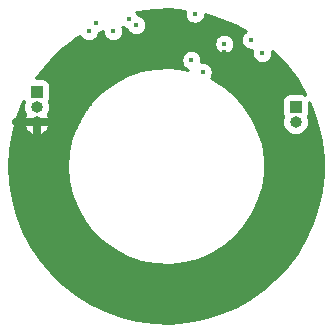
<source format=gbr>
G04 #@! TF.GenerationSoftware,KiCad,Pcbnew,(5.1.4)-1*
G04 #@! TF.CreationDate,2020-05-09T12:02:50-07:00*
G04 #@! TF.ProjectId,Kicad LED Rings_Circular_final,4b696361-6420-44c4-9544-2052696e6773,rev?*
G04 #@! TF.SameCoordinates,Original*
G04 #@! TF.FileFunction,Copper,L3,Inr*
G04 #@! TF.FilePolarity,Positive*
%FSLAX46Y46*%
G04 Gerber Fmt 4.6, Leading zero omitted, Abs format (unit mm)*
G04 Created by KiCad (PCBNEW (5.1.4)-1) date 2020-05-09 12:02:50*
%MOMM*%
%LPD*%
G04 APERTURE LIST*
%ADD10R,1.000000X1.000000*%
%ADD11O,1.000000X1.000000*%
%ADD12C,0.450000*%
%ADD13C,0.635000*%
%ADD14C,0.254000*%
G04 APERTURE END LIST*
D10*
X98680000Y-73630000D03*
D11*
X98680000Y-74900000D03*
X98680000Y-76170000D03*
D10*
X120611900Y-74899520D03*
D11*
X120611900Y-76169520D03*
D12*
X103210360Y-74673460D03*
X102859840Y-75125580D03*
X102532180Y-75585320D03*
X102235000Y-76111100D03*
X102001320Y-76631800D03*
X114581940Y-70271640D03*
X112748060Y-71963280D03*
X112087660Y-67020021D03*
X103723440Y-67843400D03*
X107119420Y-67978021D03*
X106535220Y-67499021D03*
X111785400Y-70947280D03*
X117782340Y-70335140D03*
X116850160Y-69212460D03*
X114579400Y-69557900D03*
X103098600Y-68491100D03*
X105173780Y-68493640D03*
D13*
X98680000Y-77680000D02*
X98680000Y-76170000D01*
X99882081Y-76170000D02*
X99892081Y-76160000D01*
X98680000Y-76170000D02*
X99882081Y-76170000D01*
X99892081Y-76160000D02*
X96980000Y-76160000D01*
D14*
G36*
X111268255Y-66750950D02*
G01*
X111260709Y-66769168D01*
X111227660Y-66935318D01*
X111227660Y-67104724D01*
X111260709Y-67270874D01*
X111325538Y-67427384D01*
X111419655Y-67568239D01*
X111539442Y-67688026D01*
X111680297Y-67782143D01*
X111836807Y-67846972D01*
X112002957Y-67880021D01*
X112172363Y-67880021D01*
X112338513Y-67846972D01*
X112495023Y-67782143D01*
X112635878Y-67688026D01*
X112755665Y-67568239D01*
X112849782Y-67427384D01*
X112914611Y-67270874D01*
X112947660Y-67104724D01*
X112947660Y-67069053D01*
X114150008Y-67431598D01*
X115450888Y-67980612D01*
X116377570Y-68493922D01*
X116301942Y-68544455D01*
X116182155Y-68664242D01*
X116088038Y-68805097D01*
X116023209Y-68961607D01*
X115990160Y-69127757D01*
X115990160Y-69297163D01*
X116023209Y-69463313D01*
X116088038Y-69619823D01*
X116182155Y-69760678D01*
X116301942Y-69880465D01*
X116442797Y-69974582D01*
X116599307Y-70039411D01*
X116765457Y-70072460D01*
X116934863Y-70072460D01*
X116962571Y-70066949D01*
X116955389Y-70084287D01*
X116922340Y-70250437D01*
X116922340Y-70419843D01*
X116955389Y-70585993D01*
X117020218Y-70742503D01*
X117114335Y-70883358D01*
X117234122Y-71003145D01*
X117374977Y-71097262D01*
X117531487Y-71162091D01*
X117697637Y-71195140D01*
X117867043Y-71195140D01*
X118033193Y-71162091D01*
X118189703Y-71097262D01*
X118330558Y-71003145D01*
X118450345Y-70883358D01*
X118544462Y-70742503D01*
X118609291Y-70585993D01*
X118642340Y-70419843D01*
X118642340Y-70250437D01*
X118624692Y-70161711D01*
X118904092Y-70406191D01*
X119861859Y-71443682D01*
X120703921Y-72577099D01*
X121420738Y-73793602D01*
X121451276Y-73860902D01*
X121356080Y-73810018D01*
X121236382Y-73773708D01*
X121111900Y-73761448D01*
X120111900Y-73761448D01*
X119987418Y-73773708D01*
X119867720Y-73810018D01*
X119757406Y-73868983D01*
X119660715Y-73948335D01*
X119581363Y-74045026D01*
X119522398Y-74155340D01*
X119486088Y-74275038D01*
X119473828Y-74399520D01*
X119473828Y-75399520D01*
X119486088Y-75524002D01*
X119522398Y-75643700D01*
X119564197Y-75721899D01*
X119558224Y-75733073D01*
X119493323Y-75947021D01*
X119471409Y-76169520D01*
X119493323Y-76392019D01*
X119558224Y-76605967D01*
X119663616Y-76803143D01*
X119805451Y-76975969D01*
X119978277Y-77117804D01*
X120175453Y-77223196D01*
X120389401Y-77288097D01*
X120556148Y-77304520D01*
X120667652Y-77304520D01*
X120834399Y-77288097D01*
X121048347Y-77223196D01*
X121245523Y-77117804D01*
X121418349Y-76975969D01*
X121560184Y-76803143D01*
X121665576Y-76605967D01*
X121730477Y-76392019D01*
X121752391Y-76169520D01*
X121730477Y-75947021D01*
X121665576Y-75733073D01*
X121659603Y-75721899D01*
X121701402Y-75643700D01*
X121737712Y-75524002D01*
X121749972Y-75399520D01*
X121749972Y-74519167D01*
X122004187Y-75079405D01*
X122447659Y-76419941D01*
X122746129Y-77800020D01*
X122896213Y-79204007D01*
X122896213Y-80615993D01*
X122746129Y-82019980D01*
X122447659Y-83400059D01*
X122004187Y-84740595D01*
X121420738Y-86026398D01*
X120703921Y-87242901D01*
X119861859Y-88376318D01*
X118904092Y-89413809D01*
X117841473Y-90343617D01*
X116686041Y-91155209D01*
X115450888Y-91839388D01*
X114150008Y-92388402D01*
X112798142Y-92796031D01*
X111410606Y-93057656D01*
X110003122Y-93170313D01*
X108591636Y-93132725D01*
X107192142Y-92945319D01*
X105820497Y-92610217D01*
X104492242Y-92131216D01*
X103222426Y-91513745D01*
X102025437Y-90764798D01*
X100914837Y-89892862D01*
X99903211Y-88907816D01*
X99002019Y-87820821D01*
X98221473Y-86644194D01*
X97570417Y-85391265D01*
X97056227Y-84076232D01*
X96684730Y-82713993D01*
X96460135Y-81319985D01*
X96384986Y-79910000D01*
X101276021Y-79910000D01*
X101365259Y-81129261D01*
X101631073Y-82322536D01*
X102067795Y-83464391D01*
X102666120Y-84530491D01*
X103413293Y-85498114D01*
X104293392Y-86346635D01*
X105287657Y-87057971D01*
X106374897Y-87616960D01*
X107531941Y-88011688D01*
X108734128Y-88233743D01*
X109955835Y-88278392D01*
X111171023Y-88144684D01*
X112353794Y-87835467D01*
X113478938Y-87357332D01*
X114522474Y-86720471D01*
X115462163Y-85938457D01*
X116277975Y-85027956D01*
X116952523Y-84008375D01*
X117471431Y-82901444D01*
X117823639Y-81730756D01*
X118001640Y-80521261D01*
X118001640Y-79298739D01*
X117823639Y-78089244D01*
X117471431Y-76918556D01*
X116952523Y-75811625D01*
X116277975Y-74792044D01*
X115462163Y-73881543D01*
X114522474Y-73099529D01*
X113478938Y-72462668D01*
X113455381Y-72452657D01*
X113510182Y-72370643D01*
X113575011Y-72214133D01*
X113608060Y-72047983D01*
X113608060Y-71878577D01*
X113575011Y-71712427D01*
X113510182Y-71555917D01*
X113416065Y-71415062D01*
X113296278Y-71295275D01*
X113155423Y-71201158D01*
X112998913Y-71136329D01*
X112832763Y-71103280D01*
X112663357Y-71103280D01*
X112629894Y-71109936D01*
X112645400Y-71031983D01*
X112645400Y-70862577D01*
X112612351Y-70696427D01*
X112547522Y-70539917D01*
X112453405Y-70399062D01*
X112333618Y-70279275D01*
X112192763Y-70185158D01*
X112036253Y-70120329D01*
X111870103Y-70087280D01*
X111700697Y-70087280D01*
X111534547Y-70120329D01*
X111378037Y-70185158D01*
X111237182Y-70279275D01*
X111117395Y-70399062D01*
X111023278Y-70539917D01*
X110958449Y-70696427D01*
X110925400Y-70862577D01*
X110925400Y-71031983D01*
X110958449Y-71198133D01*
X111023278Y-71354643D01*
X111117395Y-71495498D01*
X111237182Y-71615285D01*
X111378037Y-71709402D01*
X111509169Y-71763719D01*
X111171023Y-71675316D01*
X109955835Y-71541608D01*
X108734128Y-71586257D01*
X107531941Y-71808312D01*
X106374897Y-72203040D01*
X105287657Y-72762029D01*
X104293392Y-73473365D01*
X103413293Y-74321886D01*
X102666120Y-75289509D01*
X102067795Y-76355609D01*
X101631073Y-77497464D01*
X101365259Y-78690739D01*
X101276021Y-79910000D01*
X96384986Y-79910000D01*
X96460135Y-78500015D01*
X96684730Y-77106007D01*
X96857664Y-76471874D01*
X97585881Y-76471874D01*
X97602554Y-76526864D01*
X97692877Y-76730206D01*
X97821135Y-76912020D01*
X97982399Y-77065318D01*
X98170471Y-77184210D01*
X98378124Y-77264126D01*
X98553000Y-77139129D01*
X98553000Y-76297000D01*
X98807000Y-76297000D01*
X98807000Y-77139129D01*
X98981876Y-77264126D01*
X99189529Y-77184210D01*
X99377601Y-77065318D01*
X99538865Y-76912020D01*
X99667123Y-76730206D01*
X99757446Y-76526864D01*
X99774119Y-76471874D01*
X99647954Y-76297000D01*
X98807000Y-76297000D01*
X98553000Y-76297000D01*
X97712046Y-76297000D01*
X97585881Y-76471874D01*
X96857664Y-76471874D01*
X97056227Y-75743768D01*
X97570417Y-74428735D01*
X97594690Y-74382023D01*
X97632297Y-74452379D01*
X97626324Y-74463553D01*
X97561423Y-74677501D01*
X97539509Y-74900000D01*
X97561423Y-75122499D01*
X97626324Y-75336447D01*
X97731716Y-75533623D01*
X97739726Y-75543383D01*
X97692877Y-75609794D01*
X97602554Y-75813136D01*
X97585881Y-75868126D01*
X97712046Y-76043000D01*
X98553000Y-76043000D01*
X98553000Y-76027983D01*
X98624248Y-76035000D01*
X98735752Y-76035000D01*
X98807000Y-76027983D01*
X98807000Y-76043000D01*
X99647954Y-76043000D01*
X99774119Y-75868126D01*
X99757446Y-75813136D01*
X99667123Y-75609794D01*
X99620274Y-75543383D01*
X99628284Y-75533623D01*
X99733676Y-75336447D01*
X99798577Y-75122499D01*
X99820491Y-74900000D01*
X99798577Y-74677501D01*
X99733676Y-74463553D01*
X99727703Y-74452379D01*
X99769502Y-74374180D01*
X99805812Y-74254482D01*
X99818072Y-74130000D01*
X99818072Y-73130000D01*
X99805812Y-73005518D01*
X99769502Y-72885820D01*
X99710537Y-72775506D01*
X99631185Y-72678815D01*
X99534494Y-72599463D01*
X99424180Y-72540498D01*
X99304482Y-72504188D01*
X99180000Y-72491928D01*
X98675141Y-72491928D01*
X99002019Y-71999179D01*
X99903211Y-70912184D01*
X100914837Y-69927138D01*
X101493029Y-69473197D01*
X113719400Y-69473197D01*
X113719400Y-69642603D01*
X113752449Y-69808753D01*
X113817278Y-69965263D01*
X113911395Y-70106118D01*
X114031182Y-70225905D01*
X114172037Y-70320022D01*
X114328547Y-70384851D01*
X114494697Y-70417900D01*
X114664103Y-70417900D01*
X114830253Y-70384851D01*
X114986763Y-70320022D01*
X115127618Y-70225905D01*
X115247405Y-70106118D01*
X115341522Y-69965263D01*
X115406351Y-69808753D01*
X115439400Y-69642603D01*
X115439400Y-69473197D01*
X115406351Y-69307047D01*
X115341522Y-69150537D01*
X115247405Y-69009682D01*
X115127618Y-68889895D01*
X114986763Y-68795778D01*
X114830253Y-68730949D01*
X114664103Y-68697900D01*
X114494697Y-68697900D01*
X114328547Y-68730949D01*
X114172037Y-68795778D01*
X114031182Y-68889895D01*
X113911395Y-69009682D01*
X113817278Y-69150537D01*
X113752449Y-69307047D01*
X113719400Y-69473197D01*
X101493029Y-69473197D01*
X102025437Y-69055202D01*
X102324018Y-68868382D01*
X102336478Y-68898463D01*
X102430595Y-69039318D01*
X102550382Y-69159105D01*
X102691237Y-69253222D01*
X102847747Y-69318051D01*
X103013897Y-69351100D01*
X103183303Y-69351100D01*
X103349453Y-69318051D01*
X103505963Y-69253222D01*
X103646818Y-69159105D01*
X103766605Y-69039318D01*
X103860722Y-68898463D01*
X103925551Y-68741953D01*
X103938372Y-68677496D01*
X103974293Y-68670351D01*
X104130803Y-68605522D01*
X104271658Y-68511405D01*
X104313780Y-68469283D01*
X104313780Y-68578343D01*
X104346829Y-68744493D01*
X104411658Y-68901003D01*
X104505775Y-69041858D01*
X104625562Y-69161645D01*
X104766417Y-69255762D01*
X104922927Y-69320591D01*
X105089077Y-69353640D01*
X105258483Y-69353640D01*
X105424633Y-69320591D01*
X105581143Y-69255762D01*
X105721998Y-69161645D01*
X105841785Y-69041858D01*
X105935902Y-68901003D01*
X106000731Y-68744493D01*
X106033780Y-68578343D01*
X106033780Y-68408937D01*
X106000731Y-68242787D01*
X105956867Y-68136891D01*
X105987002Y-68167026D01*
X106127857Y-68261143D01*
X106284367Y-68325972D01*
X106337027Y-68336447D01*
X106357298Y-68385384D01*
X106451415Y-68526239D01*
X106571202Y-68646026D01*
X106712057Y-68740143D01*
X106868567Y-68804972D01*
X107034717Y-68838021D01*
X107204123Y-68838021D01*
X107370273Y-68804972D01*
X107526783Y-68740143D01*
X107667638Y-68646026D01*
X107787425Y-68526239D01*
X107881542Y-68385384D01*
X107946371Y-68228874D01*
X107979420Y-68062724D01*
X107979420Y-67893318D01*
X107946371Y-67727168D01*
X107881542Y-67570658D01*
X107787425Y-67429803D01*
X107667638Y-67310016D01*
X107526783Y-67215899D01*
X107370273Y-67151070D01*
X107317613Y-67140595D01*
X107297342Y-67091658D01*
X107203225Y-66950803D01*
X107139873Y-66887451D01*
X107192142Y-66874681D01*
X108591636Y-66687275D01*
X110003122Y-66649687D01*
X111268255Y-66750950D01*
X111268255Y-66750950D01*
G37*
X111268255Y-66750950D02*
X111260709Y-66769168D01*
X111227660Y-66935318D01*
X111227660Y-67104724D01*
X111260709Y-67270874D01*
X111325538Y-67427384D01*
X111419655Y-67568239D01*
X111539442Y-67688026D01*
X111680297Y-67782143D01*
X111836807Y-67846972D01*
X112002957Y-67880021D01*
X112172363Y-67880021D01*
X112338513Y-67846972D01*
X112495023Y-67782143D01*
X112635878Y-67688026D01*
X112755665Y-67568239D01*
X112849782Y-67427384D01*
X112914611Y-67270874D01*
X112947660Y-67104724D01*
X112947660Y-67069053D01*
X114150008Y-67431598D01*
X115450888Y-67980612D01*
X116377570Y-68493922D01*
X116301942Y-68544455D01*
X116182155Y-68664242D01*
X116088038Y-68805097D01*
X116023209Y-68961607D01*
X115990160Y-69127757D01*
X115990160Y-69297163D01*
X116023209Y-69463313D01*
X116088038Y-69619823D01*
X116182155Y-69760678D01*
X116301942Y-69880465D01*
X116442797Y-69974582D01*
X116599307Y-70039411D01*
X116765457Y-70072460D01*
X116934863Y-70072460D01*
X116962571Y-70066949D01*
X116955389Y-70084287D01*
X116922340Y-70250437D01*
X116922340Y-70419843D01*
X116955389Y-70585993D01*
X117020218Y-70742503D01*
X117114335Y-70883358D01*
X117234122Y-71003145D01*
X117374977Y-71097262D01*
X117531487Y-71162091D01*
X117697637Y-71195140D01*
X117867043Y-71195140D01*
X118033193Y-71162091D01*
X118189703Y-71097262D01*
X118330558Y-71003145D01*
X118450345Y-70883358D01*
X118544462Y-70742503D01*
X118609291Y-70585993D01*
X118642340Y-70419843D01*
X118642340Y-70250437D01*
X118624692Y-70161711D01*
X118904092Y-70406191D01*
X119861859Y-71443682D01*
X120703921Y-72577099D01*
X121420738Y-73793602D01*
X121451276Y-73860902D01*
X121356080Y-73810018D01*
X121236382Y-73773708D01*
X121111900Y-73761448D01*
X120111900Y-73761448D01*
X119987418Y-73773708D01*
X119867720Y-73810018D01*
X119757406Y-73868983D01*
X119660715Y-73948335D01*
X119581363Y-74045026D01*
X119522398Y-74155340D01*
X119486088Y-74275038D01*
X119473828Y-74399520D01*
X119473828Y-75399520D01*
X119486088Y-75524002D01*
X119522398Y-75643700D01*
X119564197Y-75721899D01*
X119558224Y-75733073D01*
X119493323Y-75947021D01*
X119471409Y-76169520D01*
X119493323Y-76392019D01*
X119558224Y-76605967D01*
X119663616Y-76803143D01*
X119805451Y-76975969D01*
X119978277Y-77117804D01*
X120175453Y-77223196D01*
X120389401Y-77288097D01*
X120556148Y-77304520D01*
X120667652Y-77304520D01*
X120834399Y-77288097D01*
X121048347Y-77223196D01*
X121245523Y-77117804D01*
X121418349Y-76975969D01*
X121560184Y-76803143D01*
X121665576Y-76605967D01*
X121730477Y-76392019D01*
X121752391Y-76169520D01*
X121730477Y-75947021D01*
X121665576Y-75733073D01*
X121659603Y-75721899D01*
X121701402Y-75643700D01*
X121737712Y-75524002D01*
X121749972Y-75399520D01*
X121749972Y-74519167D01*
X122004187Y-75079405D01*
X122447659Y-76419941D01*
X122746129Y-77800020D01*
X122896213Y-79204007D01*
X122896213Y-80615993D01*
X122746129Y-82019980D01*
X122447659Y-83400059D01*
X122004187Y-84740595D01*
X121420738Y-86026398D01*
X120703921Y-87242901D01*
X119861859Y-88376318D01*
X118904092Y-89413809D01*
X117841473Y-90343617D01*
X116686041Y-91155209D01*
X115450888Y-91839388D01*
X114150008Y-92388402D01*
X112798142Y-92796031D01*
X111410606Y-93057656D01*
X110003122Y-93170313D01*
X108591636Y-93132725D01*
X107192142Y-92945319D01*
X105820497Y-92610217D01*
X104492242Y-92131216D01*
X103222426Y-91513745D01*
X102025437Y-90764798D01*
X100914837Y-89892862D01*
X99903211Y-88907816D01*
X99002019Y-87820821D01*
X98221473Y-86644194D01*
X97570417Y-85391265D01*
X97056227Y-84076232D01*
X96684730Y-82713993D01*
X96460135Y-81319985D01*
X96384986Y-79910000D01*
X101276021Y-79910000D01*
X101365259Y-81129261D01*
X101631073Y-82322536D01*
X102067795Y-83464391D01*
X102666120Y-84530491D01*
X103413293Y-85498114D01*
X104293392Y-86346635D01*
X105287657Y-87057971D01*
X106374897Y-87616960D01*
X107531941Y-88011688D01*
X108734128Y-88233743D01*
X109955835Y-88278392D01*
X111171023Y-88144684D01*
X112353794Y-87835467D01*
X113478938Y-87357332D01*
X114522474Y-86720471D01*
X115462163Y-85938457D01*
X116277975Y-85027956D01*
X116952523Y-84008375D01*
X117471431Y-82901444D01*
X117823639Y-81730756D01*
X118001640Y-80521261D01*
X118001640Y-79298739D01*
X117823639Y-78089244D01*
X117471431Y-76918556D01*
X116952523Y-75811625D01*
X116277975Y-74792044D01*
X115462163Y-73881543D01*
X114522474Y-73099529D01*
X113478938Y-72462668D01*
X113455381Y-72452657D01*
X113510182Y-72370643D01*
X113575011Y-72214133D01*
X113608060Y-72047983D01*
X113608060Y-71878577D01*
X113575011Y-71712427D01*
X113510182Y-71555917D01*
X113416065Y-71415062D01*
X113296278Y-71295275D01*
X113155423Y-71201158D01*
X112998913Y-71136329D01*
X112832763Y-71103280D01*
X112663357Y-71103280D01*
X112629894Y-71109936D01*
X112645400Y-71031983D01*
X112645400Y-70862577D01*
X112612351Y-70696427D01*
X112547522Y-70539917D01*
X112453405Y-70399062D01*
X112333618Y-70279275D01*
X112192763Y-70185158D01*
X112036253Y-70120329D01*
X111870103Y-70087280D01*
X111700697Y-70087280D01*
X111534547Y-70120329D01*
X111378037Y-70185158D01*
X111237182Y-70279275D01*
X111117395Y-70399062D01*
X111023278Y-70539917D01*
X110958449Y-70696427D01*
X110925400Y-70862577D01*
X110925400Y-71031983D01*
X110958449Y-71198133D01*
X111023278Y-71354643D01*
X111117395Y-71495498D01*
X111237182Y-71615285D01*
X111378037Y-71709402D01*
X111509169Y-71763719D01*
X111171023Y-71675316D01*
X109955835Y-71541608D01*
X108734128Y-71586257D01*
X107531941Y-71808312D01*
X106374897Y-72203040D01*
X105287657Y-72762029D01*
X104293392Y-73473365D01*
X103413293Y-74321886D01*
X102666120Y-75289509D01*
X102067795Y-76355609D01*
X101631073Y-77497464D01*
X101365259Y-78690739D01*
X101276021Y-79910000D01*
X96384986Y-79910000D01*
X96460135Y-78500015D01*
X96684730Y-77106007D01*
X96857664Y-76471874D01*
X97585881Y-76471874D01*
X97602554Y-76526864D01*
X97692877Y-76730206D01*
X97821135Y-76912020D01*
X97982399Y-77065318D01*
X98170471Y-77184210D01*
X98378124Y-77264126D01*
X98553000Y-77139129D01*
X98553000Y-76297000D01*
X98807000Y-76297000D01*
X98807000Y-77139129D01*
X98981876Y-77264126D01*
X99189529Y-77184210D01*
X99377601Y-77065318D01*
X99538865Y-76912020D01*
X99667123Y-76730206D01*
X99757446Y-76526864D01*
X99774119Y-76471874D01*
X99647954Y-76297000D01*
X98807000Y-76297000D01*
X98553000Y-76297000D01*
X97712046Y-76297000D01*
X97585881Y-76471874D01*
X96857664Y-76471874D01*
X97056227Y-75743768D01*
X97570417Y-74428735D01*
X97594690Y-74382023D01*
X97632297Y-74452379D01*
X97626324Y-74463553D01*
X97561423Y-74677501D01*
X97539509Y-74900000D01*
X97561423Y-75122499D01*
X97626324Y-75336447D01*
X97731716Y-75533623D01*
X97739726Y-75543383D01*
X97692877Y-75609794D01*
X97602554Y-75813136D01*
X97585881Y-75868126D01*
X97712046Y-76043000D01*
X98553000Y-76043000D01*
X98553000Y-76027983D01*
X98624248Y-76035000D01*
X98735752Y-76035000D01*
X98807000Y-76027983D01*
X98807000Y-76043000D01*
X99647954Y-76043000D01*
X99774119Y-75868126D01*
X99757446Y-75813136D01*
X99667123Y-75609794D01*
X99620274Y-75543383D01*
X99628284Y-75533623D01*
X99733676Y-75336447D01*
X99798577Y-75122499D01*
X99820491Y-74900000D01*
X99798577Y-74677501D01*
X99733676Y-74463553D01*
X99727703Y-74452379D01*
X99769502Y-74374180D01*
X99805812Y-74254482D01*
X99818072Y-74130000D01*
X99818072Y-73130000D01*
X99805812Y-73005518D01*
X99769502Y-72885820D01*
X99710537Y-72775506D01*
X99631185Y-72678815D01*
X99534494Y-72599463D01*
X99424180Y-72540498D01*
X99304482Y-72504188D01*
X99180000Y-72491928D01*
X98675141Y-72491928D01*
X99002019Y-71999179D01*
X99903211Y-70912184D01*
X100914837Y-69927138D01*
X101493029Y-69473197D01*
X113719400Y-69473197D01*
X113719400Y-69642603D01*
X113752449Y-69808753D01*
X113817278Y-69965263D01*
X113911395Y-70106118D01*
X114031182Y-70225905D01*
X114172037Y-70320022D01*
X114328547Y-70384851D01*
X114494697Y-70417900D01*
X114664103Y-70417900D01*
X114830253Y-70384851D01*
X114986763Y-70320022D01*
X115127618Y-70225905D01*
X115247405Y-70106118D01*
X115341522Y-69965263D01*
X115406351Y-69808753D01*
X115439400Y-69642603D01*
X115439400Y-69473197D01*
X115406351Y-69307047D01*
X115341522Y-69150537D01*
X115247405Y-69009682D01*
X115127618Y-68889895D01*
X114986763Y-68795778D01*
X114830253Y-68730949D01*
X114664103Y-68697900D01*
X114494697Y-68697900D01*
X114328547Y-68730949D01*
X114172037Y-68795778D01*
X114031182Y-68889895D01*
X113911395Y-69009682D01*
X113817278Y-69150537D01*
X113752449Y-69307047D01*
X113719400Y-69473197D01*
X101493029Y-69473197D01*
X102025437Y-69055202D01*
X102324018Y-68868382D01*
X102336478Y-68898463D01*
X102430595Y-69039318D01*
X102550382Y-69159105D01*
X102691237Y-69253222D01*
X102847747Y-69318051D01*
X103013897Y-69351100D01*
X103183303Y-69351100D01*
X103349453Y-69318051D01*
X103505963Y-69253222D01*
X103646818Y-69159105D01*
X103766605Y-69039318D01*
X103860722Y-68898463D01*
X103925551Y-68741953D01*
X103938372Y-68677496D01*
X103974293Y-68670351D01*
X104130803Y-68605522D01*
X104271658Y-68511405D01*
X104313780Y-68469283D01*
X104313780Y-68578343D01*
X104346829Y-68744493D01*
X104411658Y-68901003D01*
X104505775Y-69041858D01*
X104625562Y-69161645D01*
X104766417Y-69255762D01*
X104922927Y-69320591D01*
X105089077Y-69353640D01*
X105258483Y-69353640D01*
X105424633Y-69320591D01*
X105581143Y-69255762D01*
X105721998Y-69161645D01*
X105841785Y-69041858D01*
X105935902Y-68901003D01*
X106000731Y-68744493D01*
X106033780Y-68578343D01*
X106033780Y-68408937D01*
X106000731Y-68242787D01*
X105956867Y-68136891D01*
X105987002Y-68167026D01*
X106127857Y-68261143D01*
X106284367Y-68325972D01*
X106337027Y-68336447D01*
X106357298Y-68385384D01*
X106451415Y-68526239D01*
X106571202Y-68646026D01*
X106712057Y-68740143D01*
X106868567Y-68804972D01*
X107034717Y-68838021D01*
X107204123Y-68838021D01*
X107370273Y-68804972D01*
X107526783Y-68740143D01*
X107667638Y-68646026D01*
X107787425Y-68526239D01*
X107881542Y-68385384D01*
X107946371Y-68228874D01*
X107979420Y-68062724D01*
X107979420Y-67893318D01*
X107946371Y-67727168D01*
X107881542Y-67570658D01*
X107787425Y-67429803D01*
X107667638Y-67310016D01*
X107526783Y-67215899D01*
X107370273Y-67151070D01*
X107317613Y-67140595D01*
X107297342Y-67091658D01*
X107203225Y-66950803D01*
X107139873Y-66887451D01*
X107192142Y-66874681D01*
X108591636Y-66687275D01*
X110003122Y-66649687D01*
X111268255Y-66750950D01*
M02*

</source>
